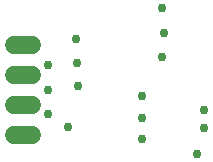
<source format=gbr>
G04 EAGLE Gerber RS-274X export*
G75*
%MOMM*%
%FSLAX34Y34*%
%LPD*%
%INBottom Copper*%
%IPPOS*%
%AMOC8*
5,1,8,0,0,1.08239X$1,22.5*%
G01*
%ADD10C,1.524000*%
%ADD11C,0.756400*%


D10*
X40480Y127300D02*
X55720Y127300D01*
X55720Y101900D02*
X40480Y101900D01*
X40480Y76500D02*
X55720Y76500D01*
X55720Y51100D02*
X40480Y51100D01*
D11*
X69000Y89000D03*
X69000Y69000D03*
X86000Y58000D03*
X69000Y110000D03*
X93000Y132000D03*
X94000Y112000D03*
X95000Y92000D03*
X166000Y158000D03*
X166000Y117000D03*
X149000Y84000D03*
X149000Y65000D03*
X149000Y47000D03*
X201000Y72000D03*
X201000Y57000D03*
X195000Y35000D03*
X167000Y137000D03*
M02*

</source>
